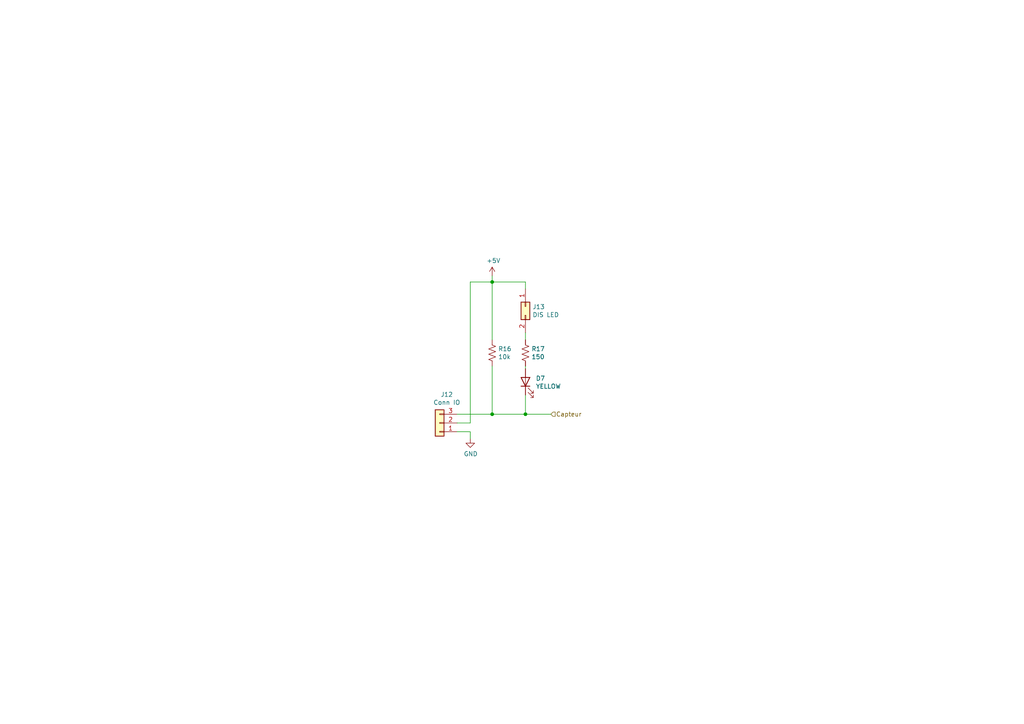
<source format=kicad_sch>
(kicad_sch (version 20230121) (generator eeschema)
  (paper "A4")
  (lib_symbols
    (symbol "Connector_Generic:Conn_01x03" (pin_names (offset 1.016) hide)
      (property "Reference" "J" (at 0 5.08 0))
      (property "Value" "Conn_01x03" (at 0 -5.08 0))
      (symbol "Conn_01x03_1_1"
        (rectangle (start -1.27 -2.413) (end 0 -2.667) (stroke (width 0.1524)))
        (rectangle (start -1.27 0.127) (end 0 -0.127) (stroke (width 0.1524)))
        (rectangle (start -1.27 2.667) (end 0 2.413) (stroke (width 0.1524)))
        (rectangle (start -1.27 3.81) (end 1.27 -3.81) (stroke (width 0.254)) (fill (type background)))
        (pin passive line (at -5.08 2.54 0) (length 3.81) (name "Pin_1") (number "1"))
        (pin passive line (at -5.08 0 0) (length 3.81) (name "Pin_2") (number "2"))
        (pin passive line (at -5.08 -2.54 0) (length 3.81) (name "Pin_3") (number "3"))
      )
    )
    (symbol "Connector_Generic:Conn_02x01" (pin_names (offset 1.016) hide)
      (property "Reference" "J" (at 1.27 2.54 0))
      (property "Value" "Conn_02x01" (at 1.27 -2.54 0))
      (symbol "Conn_02x01_1_1"
        (rectangle (start -1.27 0.127) (end 0 -0.127) (stroke (width 0.1524)))
        (rectangle (start -1.27 1.27) (end 3.81 -1.27) (stroke (width 0.254)) (fill (type background)))
        (rectangle (start 3.81 0.127) (end 2.54 -0.127) (stroke (width 0.1524)))
        (pin passive line (at -5.08 0 0) (length 3.81) (name "Pin_1") (number "1"))
        (pin passive line (at 7.62 0 180) (length 3.81) (name "Pin_2") (number "2"))
      )
    )
    (symbol "Device:LED" (pin_numbers hide) (pin_names (offset 1.016) hide)
      (property "Reference" "D" (at 0 2.54 0))
      (property "Value" "LED" (at 0 -2.54 0))
      (symbol "LED_0_1"
        (polyline (pts (xy -1.27 -1.27) (xy -1.27 1.27)) (stroke (width 0.254)))
        (polyline (pts (xy -1.27 0) (xy 1.27 0)))
        (polyline (pts (xy 1.27 -1.27) (xy 1.27 1.27) (xy -1.27 0) (xy 1.27 -1.27)) (stroke (width 0.254)))
        (polyline (pts (xy -3.048 -0.762) (xy -4.572 -2.286) (xy -3.81 -2.286) (xy -4.572 -2.286) (xy -4.572 -1.524)))
        (polyline (pts (xy -1.778 -0.762) (xy -3.302 -2.286) (xy -2.54 -2.286) (xy -3.302 -2.286) (xy -3.302 -1.524)))
      )
      (symbol "LED_1_1"
        (pin passive line (at -3.81 0 0) (length 2.54) (name "K") (number "1"))
        (pin passive line (at 3.81 0 180) (length 2.54) (name "A") (number "2"))
      )
    )
    (symbol "Device:R_US" (pin_numbers hide) (pin_names (offset 0))
      (property "Reference" "R" (at 2.54 0 90))
      (property "Value" "R_US" (at -2.54 0 90))
      (symbol "R_US_0_1"
        (polyline (pts (xy 0 -2.286) (xy 0 -2.54)))
        (polyline (pts (xy 0 2.286) (xy 0 2.54)))
        (polyline (pts (xy 0 -0.762) (xy 1.016 -1.143) (xy 0 -1.524) (xy -1.016 -1.905) (xy 0 -2.286)))
        (polyline (pts (xy 0 0.762) (xy 1.016 0.381) (xy 0 0) (xy -1.016 -0.381) (xy 0 -0.762)))
        (polyline (pts (xy 0 2.286) (xy 1.016 1.905) (xy 0 1.524) (xy -1.016 1.143) (xy 0 0.762)))
      )
      (symbol "R_US_1_1"
        (pin passive line (at 0 3.81 270) (length 1.27) (name "~") (number "1"))
        (pin passive line (at 0 -3.81 90) (length 1.27) (name "~") (number "2"))
      )
    )
    (symbol "power:+5V" (power) (pin_names (offset 0))
      (property "Value" "+5V" (at 0 3.556 0))
      (symbol "+5V_0_1"
        (polyline (pts (xy -0.762 1.27) (xy 0 2.54)))
        (polyline (pts (xy 0 0) (xy 0 2.54)))
        (polyline (pts (xy 0 2.54) (xy 0.762 1.27)))
      )
      (symbol "+5V_1_1"
        (pin power_in line (at 0 0 90) (length 0) hide (name "+5V") (number "1"))
      )
    )
    (symbol "power:GND" (power) (pin_names (offset 0))
      (property "Value" "GND" (at 0 -3.81 0))
      (symbol "GND_0_1"
        (polyline (pts (xy 0 0) (xy 0 -1.27) (xy 1.27 -1.27) (xy 0 -2.54) (xy -1.27 -1.27) (xy 0 -1.27)))
      )
      (symbol "GND_1_1"
        (pin power_in line (at 0 0 270) (length 0) hide (name "GND") (number "1"))
      )
    )
  )
  (junction (at 142.748 120.142))
  (junction (at 142.748 81.788))
  (junction (at 152.4 120.142))
  (wire (pts (xy 142.748 80.01) (xy 142.748 81.788)))
  (wire (pts (xy 152.4 114.554) (xy 152.4 120.142)))
  (wire (pts (xy 152.4 106.172) (xy 152.4 106.934)))
  (wire (pts (xy 142.748 106.172) (xy 142.748 120.142)))
  (wire (pts (xy 142.748 120.142) (xy 152.4 120.142)))
  (wire (pts (xy 132.588 120.142) (xy 142.748 120.142)))
  (wire (pts (xy 136.398 81.788) (xy 136.398 122.682)))
  (wire (pts (xy 142.748 81.788) (xy 142.748 98.552)))
  (wire (pts (xy 152.4 81.788) (xy 142.748 81.788)))
  (wire (pts (xy 136.398 125.222) (xy 136.398 127.254)))
  (wire (pts (xy 142.748 81.788) (xy 136.398 81.788)))
  (wire (pts (xy 152.4 120.142) (xy 159.766 120.142)))
  (wire (pts (xy 132.588 125.222) (xy 136.398 125.222)))
  (wire (pts (xy 152.4 83.82) (xy 152.4 81.788)))
  (wire (pts (xy 152.4 96.52) (xy 152.4 98.552)))
  (wire (pts (xy 136.398 122.682) (xy 132.588 122.682)))
  (hierarchical_label "Capteur" (shape input) (at 159.766 120.142 0))
  (symbol (lib_id "power:+5V") (at 142.748 80.01 0) (unit 1)
    (property "Reference" "#PWR012" (effects hide))
    (property "Value" "+5V" (at 143.129 75.6158 0))
    (instances (project "CapteursNumerique" (path "" (reference "#PWR012") (unit 1)) (path "" (reference "#PWR04") (unit 1)) (path "" (reference "#PWR08") (unit 1)) (path "" (reference "#PWR016") (unit 1)) (path "" (reference "#PWR02") (unit 1)) (path "" (reference "#PWR010") (unit 1)) (path "" (reference "#PWR06") (unit 1)) (path "" (reference "#PWR014") (unit 1))))
  )
  (symbol (lib_id "Device:R_US") (at 142.748 102.362 0) (unit 1)
    (property "Reference" "R16" (at 144.4752 101.1936 0) (effects (justify left)))
    (property "Value" "10k" (at 144.4752 103.505 0) (effects (justify left)))
    (property "Footprint" "Resistor_SMD:R_0805_2012Metric_Pad1.20x1.40mm_HandSolder" (effects hide))
    (property "LCSC Part" "C17414" (effects hide))
    (instances (project "CapteursNumerique" (path "" (reference "R16") (unit 1)) (path "" (reference "R8") (unit 1)) (path "" (reference "R12") (unit 1)) (path "" (reference "R20") (unit 1)) (path "" (reference "R6") (unit 1)) (path "" (reference "R14") (unit 1)) (path "" (reference "R10") (unit 1)) (path "" (reference "R18") (unit 1))))
  )
  (symbol (lib_id "Device:R_US") (at 152.4 102.362 0) (unit 1)
    (property "Reference" "R17" (at 154.1272 101.1936 0) (effects (justify left)))
    (property "Value" "150" (at 154.1272 103.505 0) (effects (justify left)))
    (property "Footprint" "Resistor_SMD:R_0805_2012Metric_Pad1.20x1.40mm_HandSolder" (effects hide))
    (property "LCSC Part" "C17471" (effects hide))
    (instances (project "CapteursNumerique" (path "" (reference "R17") (unit 1)) (path "" (reference "R9") (unit 1)) (path "" (reference "R13") (unit 1)) (path "" (reference "R21") (unit 1)) (path "" (reference "R7") (unit 1)) (path "" (reference "R15") (unit 1)) (path "" (reference "R11") (unit 1)) (path "" (reference "R19") (unit 1))))
  )
  (symbol (lib_id "Device:LED") (at 152.4 110.744 90) (unit 1)
    (property "Reference" "D7" (at 155.3972 109.7534 90) (effects (justify right)))
    (property "Value" "YELLOW" (at 155.3972 112.0648 90) (effects (justify right)))
    (property "Footprint" "LED_SMD:LED_0805_2012Metric_Pad1.15x1.40mm_HandSolder" (effects hide))
    (property "LCSC Part" "C74346" (effects hide))
    (instances (project "CapteursNumerique" (path "" (reference "D7") (unit 1)) (path "" (reference "D3") (unit 1)) (path "" (reference "D5") (unit 1)) (path "" (reference "D9") (unit 1)) (path "" (reference "D2") (unit 1)) (path "" (reference "D6") (unit 1)) (path "" (reference "D4") (unit 1)) (path "" (reference "D8") (unit 1))))
  )
  (symbol (lib_id "Connector_Generic:Conn_02x01") (at 152.4 88.9 270) (unit 1)
    (property "Reference" "J13" (at 154.432 89.0016 90) (effects (justify left)))
    (property "Value" "DIS LED" (at 154.432 91.313 90) (effects (justify left)))
    (property "Footprint" "Jumper:SolderJumper-2_P1.3mm_Open_Pad1.0x1.5mm" (effects hide))
    (property "JLCPCB BOM" "0" (effects hide))
    (instances (project "CapteursNumerique" (path "" (reference "J13") (unit 1)) (path "" (reference "J5") (unit 1)) (path "" (reference "J9") (unit 1)) (path "" (reference "J17") (unit 1)) (path "" (reference "J3") (unit 1)) (path "" (reference "J11") (unit 1)) (path "" (reference "J7") (unit 1)) (path "" (reference "J15") (unit 1))))
  )
  (symbol (lib_id "power:GND") (at 136.398 127.254 0) (unit 1)
    (property "Reference" "#PWR011" (effects hide))
    (property "Value" "GND" (at 136.525 131.6482 0))
    (instances (project "CapteursNumerique" (path "" (reference "#PWR011") (unit 1)) (path "" (reference "#PWR03") (unit 1)) (path "" (reference "#PWR07") (unit 1)) (path "" (reference "#PWR015") (unit 1)) (path "" (reference "#PWR01") (unit 1)) (path "" (reference "#PWR09") (unit 1)) (path "" (reference "#PWR05") (unit 1)) (path "" (reference "#PWR013") (unit 1))))
  )
  (symbol (lib_id "Connector_Generic:Conn_01x03") (at 127.508 122.682 180) (unit 1)
    (property "Reference" "J12" (at 129.5908 114.427 0))
    (property "Value" "Conn IO" (at 129.5908 116.7384 0))
    (property "Footprint" "Connector_PinHeader_2.54mm:PinHeader_1x03_P2.54mm_Vertical" (effects hide))
    (property "JLCPCB BOM" "0" (effects hide))
    (instances (project "CapteursNumerique" (path "" (reference "J12") (unit 1)) (path "" (reference "J4") (unit 1)) (path "" (reference "J8") (unit 1)) (path "" (reference "J16") (unit 1)) (path "" (reference "J2") (unit 1)) (path "" (reference "J10") (unit 1)) (path "" (reference "J6") (unit 1)) (path "" (reference "J14") (unit 1))))
  )
)
</source>
